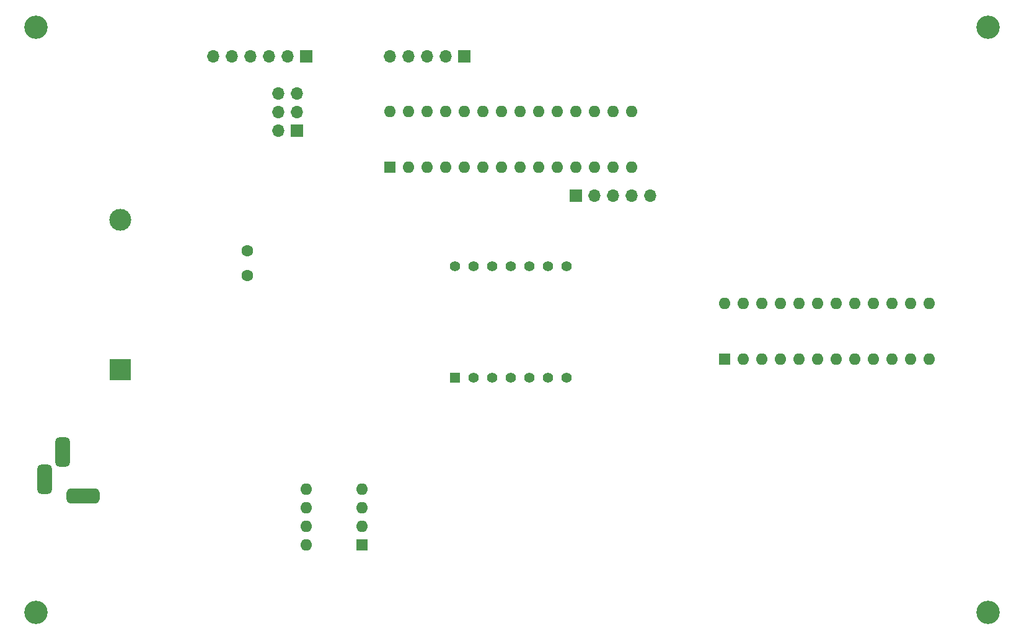
<source format=gbr>
%TF.GenerationSoftware,KiCad,Pcbnew,(6.0.5)*%
%TF.CreationDate,2022-07-21T11:20:11-07:00*%
%TF.ProjectId,clock,636c6f63-6b2e-46b6-9963-61645f706362,rev?*%
%TF.SameCoordinates,Original*%
%TF.FileFunction,Soldermask,Bot*%
%TF.FilePolarity,Negative*%
%FSLAX46Y46*%
G04 Gerber Fmt 4.6, Leading zero omitted, Abs format (unit mm)*
G04 Created by KiCad (PCBNEW (6.0.5)) date 2022-07-21 11:20:11*
%MOMM*%
%LPD*%
G01*
G04 APERTURE LIST*
G04 Aperture macros list*
%AMRoundRect*
0 Rectangle with rounded corners*
0 $1 Rounding radius*
0 $2 $3 $4 $5 $6 $7 $8 $9 X,Y pos of 4 corners*
0 Add a 4 corners polygon primitive as box body*
4,1,4,$2,$3,$4,$5,$6,$7,$8,$9,$2,$3,0*
0 Add four circle primitives for the rounded corners*
1,1,$1+$1,$2,$3*
1,1,$1+$1,$4,$5*
1,1,$1+$1,$6,$7*
1,1,$1+$1,$8,$9*
0 Add four rect primitives between the rounded corners*
20,1,$1+$1,$2,$3,$4,$5,0*
20,1,$1+$1,$4,$5,$6,$7,0*
20,1,$1+$1,$6,$7,$8,$9,0*
20,1,$1+$1,$8,$9,$2,$3,0*%
G04 Aperture macros list end*
%ADD10R,1.600000X1.600000*%
%ADD11O,1.600000X1.600000*%
%ADD12C,3.200000*%
%ADD13R,1.700000X1.700000*%
%ADD14O,1.700000X1.700000*%
%ADD15R,1.400000X1.400000*%
%ADD16C,1.400000*%
%ADD17R,3.000000X3.000000*%
%ADD18C,3.000000*%
%ADD19C,1.600000*%
%ADD20RoundRect,0.500000X-1.750000X-0.500000X1.750000X-0.500000X1.750000X0.500000X-1.750000X0.500000X0*%
%ADD21RoundRect,0.500000X0.500000X-1.500000X0.500000X1.500000X-0.500000X1.500000X-0.500000X-1.500000X0*%
G04 APERTURE END LIST*
D10*
%TO.C,U1*%
X133360000Y-79200000D03*
D11*
X135900000Y-79200000D03*
X138440000Y-79200000D03*
X140980000Y-79200000D03*
X143520000Y-79200000D03*
X146060000Y-79200000D03*
X148600000Y-79200000D03*
X151140000Y-79200000D03*
X153680000Y-79200000D03*
X156220000Y-79200000D03*
X158760000Y-79200000D03*
X161300000Y-79200000D03*
X163840000Y-79200000D03*
X166380000Y-79200000D03*
X166380000Y-71580000D03*
X163840000Y-71580000D03*
X161300000Y-71580000D03*
X158760000Y-71580000D03*
X156220000Y-71580000D03*
X153680000Y-71580000D03*
X151140000Y-71580000D03*
X148600000Y-71580000D03*
X146060000Y-71580000D03*
X143520000Y-71580000D03*
X140980000Y-71580000D03*
X138440000Y-71580000D03*
X135900000Y-71580000D03*
X133360000Y-71580000D03*
%TD*%
D12*
%TO.C,H4*%
X215000000Y-140000000D03*
%TD*%
D13*
%TO.C,J1*%
X121920000Y-63970000D03*
D14*
X119380000Y-63970000D03*
X116840000Y-63970000D03*
X114300000Y-63970000D03*
X111760000Y-63970000D03*
X109220000Y-63970000D03*
%TD*%
D10*
%TO.C,U4*%
X129530000Y-130800000D03*
D11*
X129530000Y-128260000D03*
X129530000Y-125720000D03*
X129530000Y-123180000D03*
X121910000Y-123180000D03*
X121910000Y-125720000D03*
X121910000Y-128260000D03*
X121910000Y-130800000D03*
%TD*%
D13*
%TO.C,J4*%
X143505000Y-63970000D03*
D14*
X140965000Y-63970000D03*
X138425000Y-63970000D03*
X135885000Y-63970000D03*
X133345000Y-63970000D03*
%TD*%
D15*
%TO.C,DS1*%
X142240000Y-107950000D03*
D16*
X144780000Y-107950000D03*
X147320000Y-107950000D03*
X149860000Y-107950000D03*
X152400000Y-107950000D03*
X154940000Y-107950000D03*
X157480000Y-107950000D03*
X157480000Y-92710000D03*
X154940000Y-92710000D03*
X152400000Y-92710000D03*
X149860000Y-92710000D03*
X147320000Y-92710000D03*
X144780000Y-92710000D03*
X142240000Y-92710000D03*
%TD*%
D12*
%TO.C,H2*%
X215000000Y-60000000D03*
%TD*%
D17*
%TO.C,BT1*%
X96520017Y-106863686D03*
D18*
X96520017Y-86373686D03*
%TD*%
D13*
%TO.C,J5*%
X158755000Y-83020000D03*
D14*
X161295000Y-83020000D03*
X163835000Y-83020000D03*
X166375000Y-83020000D03*
X168915000Y-83020000D03*
%TD*%
D12*
%TO.C,H3*%
X85000000Y-140000000D03*
%TD*%
%TO.C,H1*%
X85000000Y-60000000D03*
%TD*%
D19*
%TO.C,R8*%
X113880000Y-93980000D03*
X113880000Y-90580000D03*
%TD*%
D13*
%TO.C,J3*%
X120650000Y-74130000D03*
D14*
X118110000Y-74130000D03*
X120650000Y-71590000D03*
X118110000Y-71590000D03*
X120650000Y-69050000D03*
X118110000Y-69050000D03*
%TD*%
D10*
%TO.C,U3*%
X179065000Y-105400000D03*
D11*
X181605000Y-105400000D03*
X184145000Y-105400000D03*
X186685000Y-105400000D03*
X189225000Y-105400000D03*
X191765000Y-105400000D03*
X194305000Y-105400000D03*
X196845000Y-105400000D03*
X199385000Y-105400000D03*
X201925000Y-105400000D03*
X204465000Y-105400000D03*
X207005000Y-105400000D03*
X207005000Y-97780000D03*
X204465000Y-97780000D03*
X201925000Y-97780000D03*
X199385000Y-97780000D03*
X196845000Y-97780000D03*
X194305000Y-97780000D03*
X191765000Y-97780000D03*
X189225000Y-97780000D03*
X186685000Y-97780000D03*
X184145000Y-97780000D03*
X181605000Y-97780000D03*
X179065000Y-97780000D03*
%TD*%
D20*
%TO.C,J2*%
X91440000Y-124150000D03*
D21*
X86140000Y-121850000D03*
X88640000Y-118150000D03*
%TD*%
M02*

</source>
